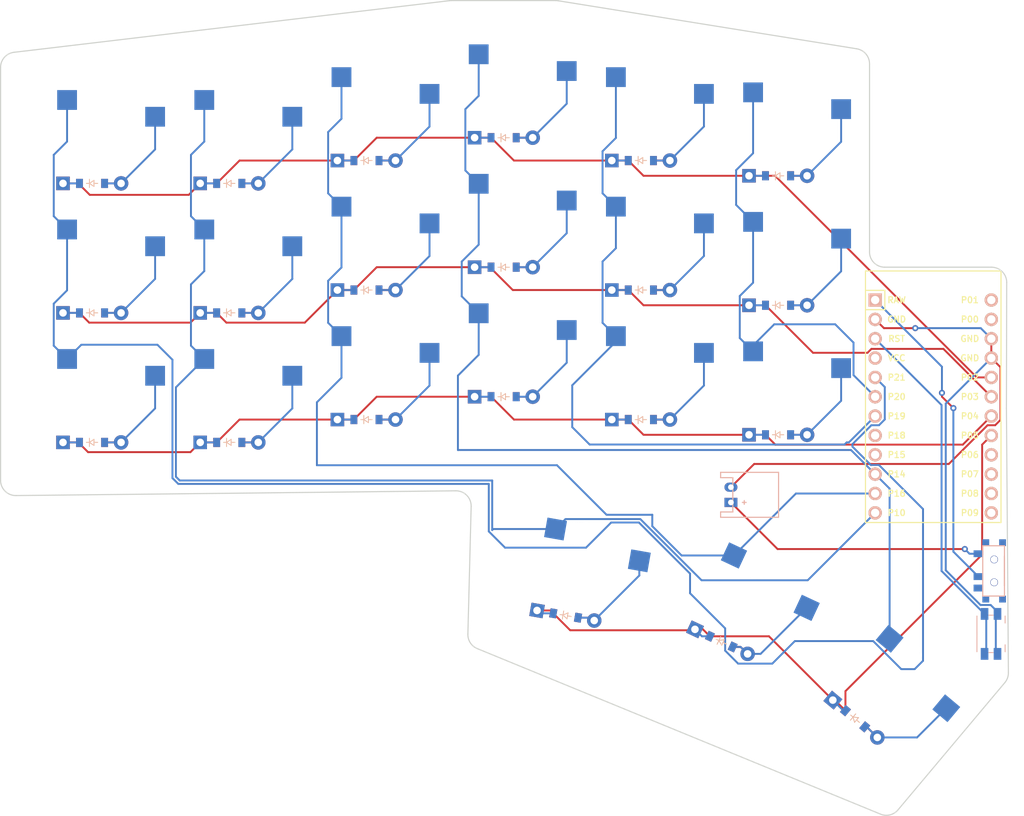
<source format=kicad_pcb>
(kicad_pcb (version 20240108) (generator "pcbnew") (generator_version "8.0")
  (title_block (title "left") (rev "v1.0.0") (company "Unknown"))
  (layers (0 "F.Cu" signal) (31 "B.Cu" signal) (34 "B.Paste" user) (35 "F.Paste" user) (36 "B.SilkS" user "B.Silkscreen") (37 "F.SilkS" user "F.Silkscreen") (38 "B.Mask" user) (39 "F.Mask" user) (44 "Edge.Cuts" user))
  (net 0 "")
  (net 1 "P21")
  (net 2 "outer_under")
  (net 3 "outer_middle")
  (net 4 "outer_upper")
  (net 5 "P10")
  (net 6 "pinky_under")
  (net 7 "pinky_middle")
  (net 8 "pinky_upper")
  (net 9 "P16")
  (net 10 "ring_under")
  (net 11 "ring_middle")
  (net 12 "ring_upper")
  (net 13 "P14")
  (net 14 "middle_under")
  (net 15 "middle_middle")
  (net 16 "middle_upper")
  (net 17 "P19")
  (net 18 "index_under")
  (net 19 "index_middle")
  (net 20 "index_upper")
  (net 21 "P20")
  (net 22 "inner_under")
  (net 23 "inner_middle")
  (net 24 "inner_upper")
  (net 25 "left_row")
  (net 26 "mid_row")
  (net 27 "right_row")
  (net 28 "P4")
  (net 29 "P3")
  (net 30 "P2")
  (net 31 "P5")
  (net 32 "RAW")
  (net 33 "GND")
  (net 34 "RST")
  (net 35 "VCC")
  (net 36 "P18")
  (net 37 "P15")
  (net 38 "P1")
  (net 39 "P0")
  (net 40 "P6")
  (net 41 "P7")
  (net 42 "P8")
  (net 43 "P9")
  (net 44 "pos")
  (footprint "E73:SPDT_C128955" (layer "F.Cu") (at 218.352246 121.867572 -90)
    (property "Reference" "T1" (hide yes))
    (property "Value" "" (hide yes))
  )
  (footprint "ComboDiode" (layer "F.Cu") (at 118 105)
    (property "Reference" "D4" (hide yes))
    (property "Value" "" (hide yes))
  )
  (footprint "JST_PH_S2B-PH-K_02x2.00mm_Angled" (layer "F.Cu") (at 183.815654 111.879931 90)
    (property "Reference" "JST1" (hide yes))
    (property "Value" "" (hide yes))
  )
  (footprint "PG1350" (layer "F.Cu") (at 118 66)
    (property "Reference" "S6" (hide yes))
    (property "Value" "" (hide yes))
  )
  (footprint "Panasonic_EVQPUL_EVQPUC" (layer "F.Cu") (at 217.94007 130.137403 -90)
    (property "Reference" "B1" (hide yes))
    (property "Value" "Panasonic_EVQPUL_EVQPUC" (hide yes))
  )
  (footprint "ComboDiode" (layer "F.Cu") (at 154 65)
    (property "Reference" "D12" (hide yes))
    (property "Value" "" (hide yes))
  )
  (footprint "ComboDiode" (layer "F.Cu") (at 200.105029 141.280173 -40)
    (property "Reference" "D21" (hide yes))
    (property "Value" "" (hide yes))
  )
  (footprint "ComboDiode" (layer "F.Cu") (at 162.131759 127.724039 -10)
    (property "Reference" "D19" (hide yes))
    (property "Value" "" (hide yes))
  )
  (footprint "PG1350" (layer "F.Cu") (at 184.665771 126.62026 -25)
    (property "Reference" "S20" (hide yes))
    (property "Value" "" (hide yes))
  )
  (footprint "PG1350" (layer "F.Cu") (at 136 80)
    (property "Reference" "S8" (hide yes))
    (property "Value" "" (hide yes))
  )
  (footprint "ComboDiode" (layer "F.Cu") (at 190 104)
    (property "Reference" "D16" (hide yes))
    (property "Value" "" (hide yes))
  )
  (footprint "PG1350" (layer "F.Cu") (at 190 65)
    (property "Reference" "S18" (hide yes))
    (property "Value" "" (hide yes))
  )
  (footprint "ComboDiode" (layer "F.Cu") (at 100 105)
    (property "Reference" "D1" (hide yes))
    (property "Value" "" (hide yes))
  )
  (footprint "ComboDiode" (layer "F.Cu") (at 154 82)
    (property "Reference" "D11" (hide yes))
    (property "Value" "" (hide yes))
  )
  (footprint "ComboDiode" (layer "F.Cu") (at 136 102)
    (property "Reference" "D7" (hide yes))
    (property "Value" "" (hide yes))
  )
  (footprint "PG1350" (layer "F.Cu") (at 203.318967 137.44995 -40)
    (property "Reference" "S21" (hide yes))
    (property "Value" "" (hide yes))
  )
  (footprint "ComboDiode" (layer "F.Cu") (at 100 88)
    (property "Reference" "D2" (hide yes))
    (property "Value" "" (hide yes))
  )
  (footprint "ComboDiode" (layer "F.Cu") (at 172 68)
    (property "Reference" "D15" (hide yes))
    (property "Value" "" (hide yes))
  )
  (footprint "PG1350" (layer "F.Cu") (at 154 77)
    (property "Reference" "S11" (hide yes))
    (property "Value" "" (hide yes))
  )
  (footprint "PG1350" (layer "F.Cu") (at 100 66)
    (property "Reference" "S3" (hide yes))
    (property "Value" "" (hide yes))
  )
  (footprint "PG1350" (layer "F.Cu") (at 172 63)
    (property "Reference" "S15" (hide yes))
    (property "Value" "" (hide yes))
  )
  (footprint "ComboDiode" (layer "F.Cu") (at 154 99)
    (property "Reference" "D10" (hide yes))
    (property "Value" "" (hide yes))
  )
  (footprint "PG1350" (layer "F.Cu") (at 154 94)
    (property "Reference" "S10" (hide yes))
    (property "Value" "" (hide yes))
  )
  (footprint "PG1350" (layer "F.Cu") (at 172 97)
    (property "Reference" "S13" (hide yes))
    (property "Value" "" (hide yes))
  )
  (footprint "PG1350" (layer "F.Cu") (at 100 100)
    (property "Reference" "S1" (hide yes))
    (property "Value" "" (hide yes))
  )
  (footprint "PG1350" (layer "F.Cu") (at 118 83)
    (property "Reference" "S5" (hide yes))
    (property "Value" "" (hide yes))
  )
  (footprint "ProMicro" (layer "F.Cu") (at 210.359136 100.278913 -90)
    (property "Reference" "MCU1" (hide yes))
    (property "Value" "" (hide yes))
  )
  (footprint "ComboDiode" (layer "F.Cu") (at 172 85)
    (property "Reference" "D14" (hide yes))
    (property "Value" "" (hide yes))
  )
  (footprint "PG1350" (layer "F.Cu") (at 154 60)
    (property "Reference" "S12" (hide yes))
    (property "Value" "" (hide yes))
  )
  (footprint "ComboDiode" (layer "F.Cu") (at 100 71)
    (property "Reference" "D3" (hide yes))
    (property "Value" "" (hide yes))
  )
  (footprint "ComboDiode" (layer "F.Cu") (at 136 68)
    (property "Reference" "D9" (hide yes))
    (property "Value" "" (hide yes))
  )
  (footprint "PG1350" (layer "F.Cu") (at 136 97)
    (property "Reference" "S7" (hide yes))
    (property "Value" "" (hide yes))
  )
  (footprint "ComboDiode" (layer "F.Cu") (at 172 102)
    (property "Reference" "D13" (hide yes))
    (property "Value" "" (hide yes))
  )
  (footprint "PG1350" (layer "F.Cu") (at 118 100)
    (property "Reference" "S4" (hide yes))
    (property "Value" "" (hide yes))
  )
  (footprint "PG1350" (layer "F.Cu") (at 190 82)
    (property "Reference" "S17" (hide yes))
    (property "Value" "" (hide yes))
  )
  (footprint "ComboDiode" (layer "F.Cu") (at 136 85)
    (property "Reference" "D8" (hide yes))
    (property "Value" "" (hide yes))
  )
  (footprint "ComboDiode" (layer "F.Cu") (at 118 88)
    (property "Reference" "D5" (hide yes))
    (property "Value" "" (hide yes))
  )
  (footprint "PG1350" (layer "F.Cu") (at 163 122.8 -10)
    (property "Reference" "S19" (hide yes))
    (property "Value" "" (hide yes))
  )
  (footprint "ComboDiode" (layer "F.Cu") (at 182.552679 131.151799 -25)
    (property "Reference" "D20" (hide yes))
    (property "Value" "" (hide yes))
  )
  (footprint "PG1350" (layer "F.Cu") (at 172 80)
    (property "Reference" "S14" (hide yes))
    (property "Value" "" (hide yes))
  )
  (footprint "ComboDiode" (layer "F.Cu") (at 190 70)
    (property "Reference" "D18" (hide yes))
    (property "Value" "" (hide yes))
  )
  (footprint "ComboDiode" (layer "F.Cu") (at 118 71)
    (property "Reference" "D6" (hide yes))
    (property "Value" "" (hide yes))
  )
  (footprint "ComboDiode" (layer "F.Cu") (at 190 87)
    (property "Reference" "D17" (hide yes))
    (property "Value" "" (hide yes))
  )
  (footprint "PG1350" (layer "F.Cu") (at 100 83)
    (property "Reference" "S2" (hide yes))
    (property "Value" "" (hide yes))
  )
  (footprint "PG1350" (layer "F.Cu") (at 136 63)
    (property "Reference" "S9" (hide yes))
    (property "Value" "" (hide yes))
  )
  (footprint "PG1350" (layer "F.Cu") (at 190 99)
    (property "Reference" "S16" (hide yes))
    (property "Value" "" (hide yes))
  )
  (gr_arc (start 219.961266 100.513086) (mid 219.961218 100.503553) (end 219.961215 100.494019) (stroke (width 0.15)) (layer "Edge.Cuts"))
  (gr_line (start 150.546973 132.07272) (end 203.445772 153.800498) (stroke (width 0.15)) (layer "Edge.Cuts"))
  (gr_arc (start 146.882595 47.01393) (mid 147.000207 47.003486) (end 147.11823 47) (stroke (width 0.15)) (layer "Edge.Cuts"))
  (gr_arc (start 90.02162 111.978145) (mid 88.593451 111.400099) (end 88 109.978262) (stroke (width 0.15)) (layer "Edge.Cuts"))
  (gr_arc (start 220.219476 135.234515) (mid 220.101447 135.926435) (end 219.75162 136.534963) (stroke (width 0.15)) (layer "Edge.Cuts"))
  (gr_line (start 149.737533 113.405594) (end 149.307513 130.171418) (stroke (width 0.15)) (layer "Edge.Cuts"))
  (gr_line (start 160.840054 47) (end 147.11823 47) (stroke (width 0.15)) (layer "Edge.Cuts"))
  (gr_line (start 200.317859 53.329216) (end 161.157913 47.02542) (stroke (width 0.15)) (layer "Edge.Cuts"))
  (gr_line (start 202 80) (end 202 55.303796) (stroke (width 0.15)) (layer "Edge.Cuts"))
  (gr_line (start 90.02162 111.978145) (end 147.71657 111.35443) (stroke (width 0.15)) (layer "Edge.Cuts"))
  (gr_arc (start 217.995801 82) (mid 219.411497 82.58727) (end 219.995797 84.004194) (stroke (width 0.15)) (layer "Edge.Cuts"))
  (gr_arc (start 200.317859 53.329216) (mid 201.522452 54.006822) (end 202 55.303796) (stroke (width 0.15)) (layer "Edge.Cuts"))
  (gr_line (start 88 55.776739) (end 88 109.978262) (stroke (width 0.15)) (layer "Edge.Cuts"))
  (gr_line (start 146.882594 47.013929) (end 89.764365 53.790669) (stroke (width 0.15)) (layer "Edge.Cuts"))
  (gr_line (start 219.961215 100.494019) (end 219.995797 84.004194) (stroke (width 0.15)) (layer "Edge.Cuts"))
  (gr_arc (start 88.000001 55.776739) (mid 88.504797 54.448446) (end 89.764365 53.790669) (stroke (width 0.15)) (layer "Edge.Cuts"))
  (gr_arc (start 147.716571 111.354429) (mid 149.162854 111.950627) (end 149.737533 113.405594) (stroke (width 0.15)) (layer "Edge.Cuts"))
  (gr_arc (start 205.737744 153.236051) (mid 204.683908 153.892453) (end 203.445772 153.800498) (stroke (width 0.15)) (layer "Edge.Cuts"))
  (gr_line (start 217.995801 82) (end 204 82) (stroke (width 0.15)) (layer "Edge.Cuts"))
  (gr_arc (start 150.546972 132.07272) (mid 149.631424 131.314913) (end 149.307513 130.171418) (stroke (width 0.15)) (layer "Edge.Cuts"))
  (gr_arc (start 160.840054 47) (mid 160.999491 47.006365) (end 161.157913 47.02542) (stroke (width 0.15)) (layer "Edge.Cuts"))
  (gr_line (start 220.219475 135.234515) (end 219.961265 100.513087) (stroke (width 0.15)) (layer "Edge.Cuts"))
  (gr_arc (start 204 82) (mid 202.585786 81.414214) (end 202 80) (stroke (width 0.15)) (layer "Edge.Cuts"))
  (gr_line (start 205.737743 153.236051) (end 219.751619 136.534963) (stroke (width 0.15)) (layer "Edge.Cuts"))
  (segment (start 171.742602 115.515394) (end 178.455178 122.22797) (width 0.25) (layer "B.Cu") (net 1))
  (segment (start 189.245603 134.039475) (end 192.203368 131.08171) (width 0.25) (layer "B.Cu") (net 1))
  (segment (start 199.756619 105.235135) (end 202.241541 102.750213) (width 0.25) (layer "B.Cu") (net 1))
  (segment (start 94.976 86.786) (end 94.976 92.301) (width 0.25) (layer "B.Cu") (net 1))
  (segment (start 110.55 94.151) (end 110.55 109.686396) (width 0.25) (layer "B.Cu") (net 1))
  (segment (start 209.018553 133.668636) (end 209.018553 113.749435) (width 0.25) (layer "B.Cu") (net 1))
  (segment (start 183.061678 129.410144) (end 183.061678 132.337346) (width 0.25) (layer "B.Cu") (net 1))
  (segment (start 152.05 110.45) (end 152.05 116.686396) (width 0.25) (layer "B.Cu") (net 1))
  (segment (start 94.976 75.301) (end 96.725 77.05) (width 0.25) (layer "B.Cu") (net 1))
  (segment (start 178.455178 122.22797) (end 178.455178 124.803644) (width 0.25) (layer "B.Cu") (net 1))
  (segment (start 111.313604 110.45) (end 152.05 110.45) (width 0.25) (layer "B.Cu") (net 1))
  (segment (start 184.763807 134.039475) (end 189.245603 134.039475) (width 0.25) (layer "B.Cu") (net 1))
  (segment (start 168.109857 115.515394) (end 171.742602 115.515394) (width 0.25) (layer "B.Cu") (net 1))
  (segment (start 108.574 92.175) (end 110.55 94.151) (width 0.25) (layer "B.Cu") (net 1))
  (segment (start 183.061678 132.337346) (end 184.763807 134.039475) (width 0.25) (layer "B.Cu") (net 1))
  (segment (start 199.756619 105.55) (end 199.756619 105.235135) (width 0.25) (layer "B.Cu") (net 1))
  (segment (start 96.725 94.05) (end 98.6 92.175) (width 0.25) (layer "B.Cu") (net 1))
  (segment (start 209.018553 113.749435) (end 203.236731 107.967613) (width 0.25) (layer "B.Cu") (net 1))
  (segment (start 96.725 60.05) (end 96.725 65.508684) (width 0.25) (layer "B.Cu") (net 1))
  (segment (start 204 101.986944) (end 204 97.729777) (width 0.25) (layer "B.Cu") (net 1))
  (segment (start 98.6 92.175) (end 108.574 92.175) (width 0.25) (layer "B.Cu") (net 1))
  (segment (start 96.725 65.508684) (end 94.976 67.257684) (width 0.25) (layer "B.Cu") (net 1))
  (segment (start 154.178998 118.815394) (end 164.809857 118.815394) (width 0.25) (layer "B.Cu") (net 1))
  (segment (start 207.920203 134.766986) (end 209.018553 133.668636) (width 0.25) (layer "B.Cu") (net 1))
  (segment (start 164.809857 118.815394) (end 168.109857 115.515394) (width 0.25) (layer "B.Cu") (net 1))
  (segment (start 202.478276 131.08171) (end 206.163552 134.766986) (width 0.25) (layer "B.Cu") (net 1))
  (segment (start 94.976 92.301) (end 96.725 94.05) (width 0.25) (layer "B.Cu") (net 1))
  (segment (start 178.455178 124.803644) (end 183.061678 129.410144) (width 0.25) (layer "B.Cu") (net 1))
  (segment (start 96.725 85.037) (end 94.976 86.786) (width 0.25) (layer "B.Cu") (net 1))
  (segment (start 206.163552 134.766986) (end 207.920203 134.766986) (width 0.25) (layer "B.Cu") (net 1))
  (segment (start 202.174232 107.967613) (end 199.756619 105.55) (width 0.25) (layer "B.Cu") (net 1))
  (segment (start 152.05 116.686396) (end 154.178998 118.815394) (width 0.25) (layer "B.Cu") (net 1))
  (segment (start 96.725 77.05) (end 96.725 85.037) (width 0.25) (layer "B.Cu") (net 1))
  (segment (start 203.236731 107.967613) (end 202.174232 107.967613) (width 0.25) (layer "B.Cu") (net 1))
  (segment (start 202.241541 102.750213) (end 203.236731 102.750213) (width 0.25) (layer "B.Cu") (net 1))
  (segment (start 110.55 109.686396) (end 111.313604 110.45) (width 0.25) (layer "B.Cu") (net 1))
  (segment (start 94.976 67.257684) (end 94.976 75.301) (width 0.25) (layer "B.Cu") (net 1))
  (segment (start 203.236731 102.750213) (end 204 101.986944) (width 0.25) (layer "B.Cu") (net 1))
  (segment (start 204 97.729777) (end 202.739136 96.468913) (width 0.25) (layer "B.Cu") (net 1))
  (segment (start 96.725 60.05) (end 97.404 60.729) (width 0.25) (layer "B.Cu") (net 1))
  (segment (start 192.203368 131.08171) (end 202.478276 131.08171) (width 0.25) (layer "B.Cu") (net 1))
  (segment (start 101.65 105) (end 103.81 105) (width 0.25) (layer "F.Cu") (net 2))
  (segment (start 108.275 96.25) (end 108.275 100.535) (width 0.25) (layer "B.Cu") (net 2))
  (segment (start 108.275 100.535) (end 103.81 105) (width 0.25) (layer "B.Cu") (net 2))
  (segment (start 101.65 105) (end 103.81 105) (width 0.25) (layer "B.Cu") (net 2))
  (segment (start 101.65 88) (end 103.81 88) (width 0.25) (layer "F.Cu") (net 3))
  (segment (start 101.65 88) (end 103.81 88) (width 0.25) (layer "B.Cu") (net 3))
  (segment (start 108.275 79.25) (end 108.275 83.535) (width 0.25) (layer "B.Cu") (net 3))
  (segment (start 108.275 83.535) (end 103.81 88) (width 0.25) (layer "B.Cu") (net 3))
  (segment (start 101.65 71) (end 103.81 71) (width 0.25) (layer "F.Cu") (net 4))
  (segment (start 101.65 71) (end 103.81 71) (width 0.25) (layer "B.Cu") (net 4))
  (segment (start 108.275 62.25) (end 108.275 66.535) (width 0.25) (layer "B.Cu") (net 4))
  (segment (start 108.275 66.535) (end 103.81 71) (width 0.25) (layer "B.Cu") (net 4))
  (segment (start 111.5 110) (end 111 109.5) (width 0.25) (layer "B.Cu") (net 5))
  (segment (start 111 109.5) (end 111 97.775) (width 0.25) (layer "B.Cu") (net 5))
  (segment (start 112.976 75.301) (end 114.725 77.05) (width 0.25) (layer "B.Cu") (net 5))
  (segment (start 152.5 110) (end 111.5 110) (width 0.25) (layer "B.Cu") (net 5))
  (segment (start 114.725 65.508684) (end 112.976 67.257684) (width 0.25) (layer "B.Cu") (net 5))
  (segment (start 112.976 67.257684) (end 112.976 75.301) (width 0.25) (layer "B.Cu") (net 5))
  (segment (start 160.807961 116.371696) (end 162.114263 115.065394) (width 0.25) (layer "B.Cu") (net 5))
  (segment (start 114.725 60.05) (end 115.404 60.729) (width 0.25) (layer "B.Cu") (net 5))
  (segment (start 112.976 84.257684) (end 112.976 92.301) (width 0.25) (layer "B.Cu") (net 5))
  (segment (start 114.725 60.05) (end 114.725 65.508684) (width 0.25) (layer "B.Cu") (net 5))
  (segment (start 152.628304 116.371696) (end 152.5 116.5) (width 0.25) (layer "B.Cu") (net 5))
  (segment (start 162.114263 115.065394) (end 171.928998 115.065394) (width 0.25) (layer "B.Cu") (net 5))
  (segment (start 112.976 92.301) (end 114.725 94.05) (width 0.25) (layer "B.Cu") (net 5))
  (segment (start 115.404 93.371) (end 114.725 94.05) (width 0.25) (layer "B.Cu") (net 5))
  (segment (start 152.5 116.5) (end 152.5 110) (width 0.25) (layer "B.Cu") (net 5))
  (segment (start 111 97.775) (end 114.725 94.05) (width 0.25) (layer "B.Cu") (net 5))
  (segment (start 114.725 77.05) (end 114.725 82.508684) (width 0.25) (layer "B.Cu") (net 5))
  (segment (start 171.928998 115.065394) (end 179.966333 123.102729) (width 0.25) (layer "B.Cu") (net 5))
  (segment (start 160.807961 116.371696) (end 152.628304 116.371696) (width 0.25) (layer "B.Cu") (net 5))
  (segment (start 179.966333 123.102729) (end 193.88532 123.102729) (width 0.25) (layer "B.Cu") (net 5))
  (segment (start 193.88532 123.102729) (end 202.739136 114.248913) (width 0.25) (layer "B.Cu") (net 5))
  (segment (start 114.725 82.508684) (end 112.976 84.257684) (width 0.25) (layer "B.Cu") (net 5))
  (segment (start 119.65 105) (end 121.81 105) (width 0.25) (layer "F.Cu") (net 6))
  (segment (start 119.65 105) (end 121.81 105) (width 0.25) (layer "B.Cu") (net 6))
  (segment (start 126.275 100.535) (end 121.81 105) (width 0.25) (layer "B.Cu") (net 6))
  (segment (start 126.275 96.25) (end 126.275 100.535) (width 0.25) (layer "B.Cu") (net 6))
  (segment (start 119.65 88) (end 121.81 88) (width 0.25) (layer "F.Cu") (net 7))
  (segment (start 126.275 83.535) (end 121.81 88) (width 0.25) (layer "B.Cu") (net 7))
  (segment (start 119.65 88) (end 121.81 88) (width 0.25) (layer "B.Cu") (net 7))
  (segment (start 126.275 79.25) (end 126.275 83.535) (width 0.25) (layer "B.Cu") (net 7))
  (segment (start 119.65 71) (end 121.81 71) (width 0.25) (layer "F.Cu") (net 8))
  (segment (start 126.275 66.535) (end 121.81 71) (width 0.25) (layer "B.Cu") (net 8))
  (segment (start 126.275 62.25) (end 126.275 66.535) (width 0.25) (layer "B.Cu") (net 8))
  (segment (start 119.65 71) (end 121.81 71) (width 0.25) (layer "B.Cu") (net 8))
  (segment (start 184.212192 119.843654) (end 177.343654 119.843654) (width 0.25) (layer "B.Cu") (net 9))
  (segment (start 167.5 114.5) (end 161 108) (width 0.25) (layer "B.Cu") (net 9))
  (segment (start 132.725 96.508684) (end 132.725 91.05) (width 0.25) (layer "B.Cu") (net 9))
  (segment (start 173.5 116) (end 173.5 114.5) (width 0.25) (layer "B.Cu") (net 9))
  (segment (start 161 108) (end 129.5 108) (width 0.25) (layer "B.Cu") (net 9))
  (segment (start 132.725 57.05) (end 132.725 62.508684) (width 0.25) (layer "B.Cu") (net 9))
  (segment (start 132.725 62.508684) (end 130.976 64.257684) (width 0.25) (layer "B.Cu") (net 9))
  (segment (start 130.976 72.301) (end 132.725 74.05) (width 0.25) (layer "B.Cu") (net 9))
  (segment (start 173.5 114.5) (end 167.5 114.5) (width 0.25) (layer "B.Cu") (net 9))
  (segment (start 132.725 82.037) (end 130.976 83.786) (width 0.25) (layer "B.Cu") (net 9))
  (segment (start 192.346933 111.708913) (end 202.739136 111.708913) (width 0.25) (layer "B.Cu") (net 9))
  (segment (start 184.212192 119.843654) (end 192.346933 111.708913) (width 0.25) (layer "B.Cu") (net 9))
  (segment (start 133.404 90.371) (end 132.725 91.05) (width 0.25) (layer "B.Cu") (net 9))
  (segment (start 130.976 89.301) (end 132.725 91.05) (width 0.25) (layer "B.Cu") (net 9))
  (segment (start 132.725 57.05) (end 133.404 57.729) (width 0.25) (layer "B.Cu") (net 9))
  (segment (start 132.725 74.05) (end 132.725 82.037) (width 0.25) (layer "B.Cu") (net 9))
  (segment (start 130.976 64.257684) (end 130.976 72.301) (width 0.25) (layer "B.Cu") (net 9))
  (segment (start 130.976 83.786) (end 130.976 89.301) (width 0.25) (layer "B.Cu") (net 9))
  (segment (start 129.5 99.733684) (end 132.725 96.508684) (width 0.25) (layer "B.Cu") (net 9))
  (segment (start 177.343654 119.843654) (end 173.5 116) (width 0.25) (layer "B.Cu") (net 9))
  (segment (start 129.5 108) (end 129.5 99.733684) (width 0.25) (layer "B.Cu") (net 9))
  (segment (start 137.65 102) (end 139.81 102) (width 0.25) (layer "F.Cu") (net 10))
  (segment (start 144.275 97.535) (end 139.81 102) (width 0.25) (layer "B.Cu") (net 10))
  (segment (start 137.65 102) (end 139.81 102) (width 0.25) (layer "B.Cu") (net 10))
  (segment (start 144.275 93.25) (end 144.275 97.535) (width 0.25) (layer "B.Cu") (net 10))
  (segment (start 137.65 85) (end 139.81 85) (width 0.25) (layer "F.Cu") (net 11))
  (segment (start 144.275 80.535) (end 139.81 85) (width 0.25) (layer "B.Cu") (net 11))
  (segment (start 144.275 76.25) (end 144.275 80.535) (width 0.25) (layer "B.Cu") (net 11))
  (segment (start 137.65 85) (end 139.81 85) (width 0.25) (layer "B.Cu") (net 11))
  (segment (start 137.65 68) (end 139.81 68) (width 0.25) (layer "F.Cu") (net 12))
  (segment (start 144.275 63.535) (end 139.81 68) (width 0.25) (layer "B.Cu") (net 12))
  (segment (start 137.65 68) (end 139.81 68) (width 0.25) (layer "B.Cu") (net 12))
  (segment (start 144.275 59.25) (end 144.275 63.535) (width 0.25) (layer "B.Cu") (net 12))
  (segment (start 199.570223 106) (end 202.739136 109.168913) (width 0.25) (layer "B.Cu") (net 13))
  (segment (start 204.634758 130.786856) (end 204.634758 111.064535) (width 0.25) (layer "B.Cu") (net 13))
  (segment (start 148.5 85.825) (end 150.725 88.05) (width 0.25) (layer "B.Cu") (net 13))
  (segment (start 150.725 54.05) (end 151.404 54.729) (width 0.25) (layer "B.Cu") (net 13))
  (segment (start 150.725 59.508684) (end 148.976 61.257684) (width 0.25) (layer "B.Cu") (net 13))
  (segment (start 148.976 69.301) (end 150.725 71.05) (width 0.25) (layer "B.Cu") (net 13))
  (segment (start 150.725 79.037) (end 148.5 81.262) (width 0.25) (layer "B.Cu") (net 13))
  (segment (start 150.725 93.508684) (end 148 96.233684) (width 0.25) (layer "B.Cu") (net 13))
  (segment (start 148 96.233684) (end 148 106) (width 0.25) (layer "B.Cu") (net 13))
  (segment (start 148.5 81.262) (end 148.5 85.825) (width 0.25) (layer "B.Cu") (net 13))
  (segment (start 150.725 54.05) (end 150.725 59.508684) (width 0.25) (layer "B.Cu") (net 13))
  (segment (start 204.634758 111.064535) (end 202.739136 109.168913) (width 0.25) (layer "B.Cu") (net 13))
  (segment (start 150.725 71.05) (end 150.725 79.037) (width 0.25) (layer "B.Cu") (net 13))
  (segment (start 148.976 61.257684) (end 148.976 69.301) (width 0.25) (layer "B.Cu") (net 13))
  (segment (start 151.404 87.371) (end 150.725 88.05) (width 0.25) (layer "B.Cu") (net 13))
  (segment (start 148 106) (end 199.570223 106) (width 0.25) (layer "B.Cu") (net 13))
  (segment (start 150.725 88.05) (end 150.725 93.508684) (width 0.25) (layer "B.Cu") (net 13))
  (segment (start 155.65 99) (end 157.81 99) (width 0.25) (layer "F.Cu") (net 14))
  (segment (start 162.275 90.25) (end 162.275 94.535) (width 0.25) (layer "B.Cu") (net 14))
  (segment (start 155.65 99) (end 157.81 99) (width 0.25) (layer "B.Cu") (net 14))
  (segment (start 162.275 94.535) (end 157.81 99) (width 0.25) (layer "B.Cu") (net 14))
  (segment (start 155.65 82) (end 157.81 82) (width 0.25) (layer "F.Cu") (net 15))
  (segment (start 155.65 82) (end 157.81 82) (width 0.25) (layer "B.Cu") (net 15))
  (segment (start 162.275 77.535) (end 157.81 82) (width 0.25) (layer "B.Cu") (net 15))
  (segment (start 162.275 73.25) (end 162.275 77.535) (width 0.25) (layer "B.Cu") (net 15))
  (segment (start 155.65 65) (end 157.81 65) (width 0.25) (layer "F.Cu") (net 16))
  (segment (start 162.275 60.535) (end 157.81 65) (width 0.25) (layer "B.Cu") (net 16))
  (segment (start 155.65 65) (end 157.81 65) (width 0.25) (layer "B.Cu") (net 16))
  (segment (start 162.275 56.25) (end 162.275 60.535) (width 0.25) (layer "B.Cu") (net 16))
  (segment (start 168.725 74.05) (end 168.725 79.508684) (width 0.25) (layer "B.Cu") (net 17))
  (segment (start 166.976 66.786) (end 166.976 72.301) (width 0.25) (layer "B.Cu") (net 17))
  (segment (start 199 105) (end 199.288049 105) (width 0.25) (layer "B.Cu") (net 17))
  (segment (start 163 97.5) (end 163 103) (width 0.25) (layer "B.Cu") (net 17))
  (segment (start 168.725 91.05) (end 168.725 91.775) (width 0.25) (layer "B.Cu") (net 17))
  (segment (start 166.976 72.301) (end 168.725 74.05) (width 0.25) (layer "B.Cu") (net 17))
  (segment (start 168.725 91.775) (end 163 97.5) (width 0.25) (layer "B.Cu") (net 17))
  (segment (start 163 103) (end 165.2775 105.2775) (width 0.25) (layer "B.Cu") (net 17))
  (segment (start 168.725 57.05) (end 169.404 57.729) (width 0.25) (layer "B.Cu") (net 17))
  (segment (start 198.7225 105.2775) (end 199 105) (width 0.25) (layer "B.Cu") (net 17))
  (segment (start 166.976 81.257684) (end 166.976 89.301) (width 0.25) (layer "B.Cu") (net 17))
  (segment (start 165.2775 105.2775) (end 198.7225 105.2775) (width 0.25) (layer "B.Cu") (net 17))
  (segment (start 199.288049 105) (end 202.739136 101.548913) (width 0.25) (layer "B.Cu") (net 17))
  (segment (start 168.725 57.05) (end 168.725 65.037) (width 0.25) (layer "B.Cu") (net 17))
  (segment (start 169.404 90.371) (end 168.725 91.05) (width 0.25) (layer "B.Cu") (net 17))
  (segment (start 168.725 79.508684) (end 166.976 81.257684) (width 0.25) (layer "B.Cu") (net 17))
  (segment (start 168.725 65.037) (end 166.976 66.786) (width 0.25) (layer "B.Cu") (net 17))
  (segment (start 166.976 89.301) (end 168.725 91.05) (width 0.25) (layer "B.Cu") (net 17))
  (segment (start 173.65 102) (end 175.81 102) (width 0.25) (layer "F.Cu") (net 18))
  (segment (start 180.275 97.535) (end 175.81 102) (width 0.25) (layer "B.Cu") (net 18))
  (segment (start 173.65 102) (end 175.81 102) (width 0.25) (layer "B.Cu") (net 18))
  (segment (start 180.275 93.25) (end 180.275 97.535) (width 0.25) (layer "B.Cu") (net 18))
  (segment (start 173.65 85) (end 175.81 85) (width 0.25) (layer "F.Cu") (net 19))
  (segment (start 180.275 80.535) (end 175.81 85) (width 0.25) (layer "B.Cu") (net 19))
  (segment (start 180.275 76.25) (end 180.275 80.535) (width 0.25) (layer "B.Cu") (net 19))
  (segment (start 173.65 85) (end 175.81 85) (width 0.25) (layer "B.Cu") (net 19))
  (segment (start 173.65 68) (end 175.81 68) (width 0.25) (layer "F.Cu") (net 20))
  (segment (start 180.275 59.25) (end 180.275 63.535) (width 0.25) (layer "B.Cu") (net 20))
  (segment (start 180.275 63.535) (end 175.81 68) (width 0.25) (layer "B.Cu") (net 20))
  (segment (start 173.65 68) (end 175.81 68) (width 0.25) (layer "B.Cu") (net 20))
  (segment (start 189.5 89.5) (end 197.5 89.5) (width 0.25) (layer "B.Cu") (net 21))
  (segment (start 184.5 73.825) (end 186.725 76.05) (width 0.25) (layer "B.Cu") (net 21))
  (segment (start 186.725 59.05) (end 186.725 67.037) (width 0.25) (layer "B.Cu") (net 21))
  (segment (start 199.9 91.9) (end 199.9 96.169777) (width 0.25) (layer "B.Cu") (net 21))
  (segment (start 186.725 84.037) (end 184.976 85.786) (width 0.25) (layer "B.Cu") (net 21))
  (segment (start 199.9 96.169777) (end 202.739136 99.008913) (width 0.25) (layer "B.Cu") (net 21))
  (segment (start 186.725 93.05) (end 186.725 92.275) (width 0.25) (layer "B.Cu") (net 21))
  (segment (start 187.404 92.371) (end 186.725 93.05) (width 0.25) (layer "B.Cu") (net 21))
  (segment (start 186.725 59.05) (end 187.404 59.729) (width 0.25) (layer "B.Cu") (net 21))
  (segment (start 184.976 85.786) (end 184.976 91.301) (width 0.25) (layer "B.Cu") (net 21))
  (segment (start 184.5 69.262) (end 184.5 73.825) (width 0.25) (layer "B.Cu") (net 21))
  (segment (start 186.725 92.275) (end 189.5 89.5) (width 0.25) (layer "B.Cu") (net 21))
  (segment (start 184.976 91.301) (end 186.725 93.05) (width 0.25) (layer "B.Cu") (net 21))
  (segment (start 197.5 89.5) (end 199.9 91.9) (width 0.25) (layer "B.Cu") (net 21))
  (segment (start 186.725 76.05) (end 186.725 84.037) (width 0.25) (layer "B.Cu") (net 21))
  (segment (start 186.725 67.037) (end 184.5 69.262) (width 0.25) (layer "B.Cu") (net 21))
  (segment (start 191.65 104) (end 193.81 104) (width 0.25) (layer "F.Cu") (net 22))
  (segment (start 191.65 104) (end 193.81 104) (width 0.25) (layer "B.Cu") (net 22))
  (segment (start 198.275 99.535) (end 193.81 104) (width 0.25) (layer "B.Cu") (net 22))
  (segment (start 198.275 95.25) (end 198.275 99.535) (width 0.25) (layer "B.Cu") (net 22))
  (segment (start 191.65 87) (end 193.81 87) (width 0.25) (layer "F.Cu") (net 23))
  (segment (start 191.65 87) (end 193.81 87) (width 0.25) (layer "B.Cu") (net 23))
  (segment (start 198.275 82.535) (end 193.81 87) (width 0.25) (layer "B.Cu") (net 23))
  (segment (start 198.275 78.25) (end 198.275 82.535) (width 0.25) (layer "B.Cu") (net 23))
  (segment (start 191.65 70) (end 193.81 70) (width 0.25) (layer "F.Cu") (net 24))
  (segment (start 198.275 61.25) (end 198.275 65.535) (width 0.25) (layer "B.Cu") (net 24))
  (segment (start 198.275 65.535) (end 193.81 70) (width 0.25) (layer "B.Cu") (net 24))
  (segment (start 191.65 70) (end 193.81 70) (width 0.25) (layer "B.Cu") (net 24))
  (segment (start 163.756692 128.010558) (end 165.508796 128.010558) (width 0.25) (layer "F.Cu") (net 25))
  (segment (start 165.508796 128.010558) (end 165.883877 128.385639) (width 0.25) (layer "F.Cu") (net 25))
  (segment (start 171.800465 120.54391) (end 171.800465 122.469051) (width 0.25) (layer "B.Cu") (net 25))
  (segment (start 165.508796 128.010558) (end 165.883877 128.385639) (width 0.25) (layer "B.Cu") (net 25))
  (segment (start 163.756692 128.010558) (end 165.508796 128.010558) (width 0.25) (layer "B.Cu") (net 25))
  (segment (start 171.800465 122.469051) (end 165.883877 128.385639) (width 0.25) (layer "B.Cu") (net 25))
  (segment (start 185.092856 131.849119) (end 186.005712 132.761975) (width 0.25) (layer "F.Cu") (net 26))
  (segment (start 184.048087 131.849119) (end 185.092856 131.849119) (width 0.25) (layer "F.Cu") (net 26))
  (segment (start 185.092856 131.849119) (end 186.005712 132.761975) (width 0.25) (layer "B.Cu") (net 26))
  (segment (start 193.750286 126.718772) (end 187.707083 132.761975) (width 0.25) (layer "B.Cu") (net 26))
  (segment (start 184.048087 131.849119) (end 185.092856 131.849119) (width 0.25) (layer "B.Cu") (net 26))
  (segment (start 187.707083 132.761975) (end 186.005712 132.761975) (width 0.25) (layer "B.Cu") (net 26))
  (segment (start 201.635237 142.340773) (end 203.023658 143.729194) (width 0.25) (layer "F.Cu") (net 27))
  (segment (start 201.369002 142.340773) (end 201.635237 142.340773) (width 0.25) (layer "F.Cu") (net 27))
  (segment (start 208.235595 143.729194) (end 203.023658 143.729194) (width 0.25) (layer "B.Cu") (net 27))
  (segment (start 201.635237 142.340773) (end 203.023658 143.729194) (width 0.25) (layer "B.Cu") (net 27))
  (segment (start 201.369002 142.340773) (end 201.635237 142.340773) (width 0.25) (layer "B.Cu") (net 27))
  (segment (start 212.068438 139.896351) (end 208.235595 143.729194) (width 0.25) (layer "B.Cu") (net 27))
  (segment (start 132.19 102) (end 134.35 102) (width 0.25) (layer "F.Cu") (net 28))
  (segment (start 189.640213 105.290213) (end 214.237836 105.290213) (width 0.25) (layer "F.Cu") (net 28))
  (segment (start 98.35 105.15) (end 99.4775 106.2775) (width 0.25) (layer "F.Cu") (net 28))
  (segment (start 170.35 102) (end 172.35 104) (width 0.25) (layer "F.Cu") (net 28))
  (segment (start 150.19 99) (end 152.35 99) (width 0.25) (layer "F.Cu") (net 28))
  (segment (start 96.19 105) (end 98.35 105) (width 0.25) (layer "F.Cu") (net 28))
  (segment (start 112.9125 106.2775) (end 114.19 105) (width 0.25) (layer "F.Cu") (net 28))
  (segment (start 188.35 104) (end 189.640213 105.290213) (width 0.25) (layer "F.Cu") (net 28))
  (segment (start 98.35 105) (end 98.35 105.15) (width 0.25) (layer "F.Cu") (net 28))
  (segment (start 134.35 102) (end 137.35 99) (width 0.25) (layer "F.Cu") (net 28))
  (segment (start 99.4775 106.2775) (end 112.9125 106.2775) (width 0.25) (layer "F.Cu") (net 28))
  (segment (start 137.35 99) (end 150.19 99) (width 0.25) (layer "F.Cu") (net 28))
  (segment (start 116.35 105) (end 119.35 102) (width 0.25) (layer "F.Cu") (net 28))
  (segment (start 214.237836 105.290213) (end 217.979136 101.548913) (width 0.25) (layer "F.Cu") (net 28))
  (segment (start 155.35 102) (end 168.19 102) (width 0.25) (layer "F.Cu") (net 28))
  (segment (start 186.19 104) (end 188.35 104) (width 0.25) (layer "F.Cu") (net 28))
  (segment (start 172.35 104) (end 186.19 104) (width 0.25) (layer "F.Cu") (net 28))
  (segment (start 152.35 99) (end 155.35 102) (width 0.25) (layer "F.Cu") (net 28))
  (segment (start 119.35 102) (end 132.19 102) (width 0.25) (layer "F.Cu") (net 28))
  (segment (start 114.19 105) (end 116.35 105) (width 0.25) (layer "F.Cu") (net 28))
  (segment (start 168.19 102) (end 170.35 102) (width 0.25) (layer "F.Cu") (net 28))
  (segment (start 188.35 104) (end 186.19 104) (width 0.25) (layer "B.Cu") (net 28))
  (segment (start 170.35 102) (end 168.19 102) (width 0.25) (layer "B.Cu") (net 28))
  (segment (start 116.35 105) (end 114.19 105) (width 0.25) (layer "B.Cu") (net 28))
  (segment (start 134.35 102) (end 132.19 102) (width 0.25) (layer "B.Cu") (net 28))
  (segment (start 98.35 105) (end 96.19 105) (width 0.25) (layer "B.Cu") (net 28))
  (segment (start 152.35 99) (end 150.19 99) (width 0.25) (layer "B.Cu") (net 28))
  (segment (start 112.9125 89.2775) (end 114.19 88) (width 0.25) (layer "F.Cu") (net 29))
  (segment (start 170.35 85) (end 172.35 87) (width 0.25) (layer "F.Cu") (net 29))
  (segment (start 202.241541 92.727613) (end 211.697836 92.727613) (width 0.25) (layer "F.Cu") (net 29))
  (segment (start 172.35 87) (end 186.19 87) (width 0.25) (layer "F.Cu") (net 29))
  (segment (start 188.35 87) (end 194.584577 93.234577) (width 0.25) (layer "F.Cu") (net 29))
  (segment (start 127.9125 89.2775) (end 132.19 85) (width 0.25) (layer "F.Cu") (net 29))
  (segment (start 117.6275 89.2775) (end 127.9125 89.2775) (width 0.25) (layer "F.Cu") (net 29))
  (segment (start 98.35 88) (end 99.6275 89.2775) (width 0.25) (layer "F.Cu") (net 29))
  (segment (start 188.35 87) (end 186.19 87) (width 0.25) (layer "F.Cu") (net 29))
  (segment (start 201.734577 93.234577) (end 202.241541 92.727613) (width 0.25) (layer "F.Cu") (net 29))
  (segment (start 152.35 82.15) (end 155.2 85) (width 0.25) (layer "F.Cu") (net 29))
  (segment (start 152.35 82) (end 152.35 82.15) (width 0.25) (layer "F.Cu") (net 29))
  (segment (start 211.697836 92.727613) (end 217.979136 99.008913) (width 0.25) (layer "F.Cu") (net 29))
  (segment (start 134.35 85) (end 137.35 82) (width 0.25) (layer "F.Cu") (net 29))
  (segment (start 114.19 88) (end 116.35 88) (width 0.25) (layer "F.Cu") (net 29))
  (segment (start 155.2 85) (end 168.19 85) (width 0.25) (layer "F.Cu") (net 29))
  (segment (start 132.19 85) (end 134.35 85) (width 0.25) (layer "F.Cu") (net 29))
  (segment (start 194.584577 93.234577) (end 201.734577 93.234577) (width 0.25) (layer "F.Cu") (net 29))
  (segment (start 116.35 88) (end 117.6275 89.2775) (width 0.25) (layer "F.Cu") (net 29))
  (segment (start 152.35 82) (end 150.19 82) (width 0.25) (layer "F.Cu") (net 29))
  (segment (start 96.19 88) (end 98.35 88) (width 0.25) (layer "F.Cu") (net 29))
  (segment (start 170.35 85) (end 168.19 85) (width 0.25) (layer "F.Cu") (net 29))
  (segment (start 137.35 82) (end 150.19 82) (width 0.25) (layer "F.Cu") (net 29))
  (segment (start 99.6275 89.2775) (end 112.9125 89.2775) (width 0.25) (layer "F.Cu") (net 29))
  (segment (start 134.35 85) (end 132.19 85) (width 0.25) (layer "B.Cu") (net 29))
  (segment (start 170.35 85) (end 168.19 85) (width 0.25) (layer "B.Cu") (net 29))
  (segment (start 98.35 88) (end 96.19 88) (width 0.25) (layer "B.Cu") (net 29))
  (segment (start 152.35 82) (end 150.19 82) (width 0.25) (layer "B.Cu") (net 29))
  (segment (start 188.35 87) (end 186.19 87) (width 0.25) (layer "B.Cu") (net 29))
  (segment (start 116.35 88) (end 114.19 88) (width 0.25) (layer "B.Cu") (net 29))
  (segment (start 152.35 65) (end 150.19 65) (width 0.25) (layer "F.Cu") (net 30))
  (segment (start 155.35 68) (end 168.19 68) (width 0.25) (layer "F.Cu") (net 30))
  (segment (start 116.35 71) (end 119.35 68) (width 0.25) (layer "F.Cu") (net 30))
  (segment (start 152.35 65) (end 155.35 68) (width 0.25) (layer "F.Cu") (net 30))
  (segment (start 134.35 68) (end 137.35 65) (width 0.25) (layer "F.Cu") (net 30))
  (segment (start 137.35 65) (end 150.19 65) (width 0.25) (layer "F.Cu") (net 30))
  (segment (start 170.35 68) (end 172.35 70) (width 0.25) (layer "F.Cu") (net 30))
  (segment (start 98.35 71.15) (end 99.7 72.5) (width 0.25) (layer "F.Cu") (net 30))
  (segment (start 98.35 71) (end 98.35 71.15) (width 0.25) (layer "F.Cu") (net 30))
  (segment (start 172.35 70) (end 186.19 70) (width 0.25) (layer "F.Cu") (net 30))
  (segment (start 112.69 72.5) (end 114.19 71) (width 0.25) (layer "F.Cu") (net 30))
  (segment (start 216.075532 96.468913) (end 217.979136 96.468913) (width 0.25) (layer "F.Cu") (net 30))
  (segment (start 119.35 68) (end 132.19 68) (width 0.25) (layer "F.Cu") (net 30))
  (segment (start 134.35 68) (end 132.19 68) (width 0.25) (layer "F.Cu") (net 30))
  (segment (start 170.35 68) (end 168.19 68) (width 0.25) (layer "F.Cu") (net 30))
  (segment (start 99.7 72.5) (end 112.69 72.5) (width 0.25) (layer "F.Cu") (net 30))
  (segment (start 188.35 70) (end 189.606619 70) (width 0.25) (layer "F.Cu") (net 30))
  (segment (start 189.606619 70) (end 216.075532 96.468913) (width 0.25) (layer "F.Cu") (net 30))
  (segment (start 188.35 70) (end 186.19 70) (width 0.25) (layer "F.Cu") (net 30))
  (segment (start 116.35 71) (end 114.19 71) (width 0.25) (layer "F.Cu") (net 30))
  (segment (start 98.35 71) (end 96.19 71) (width 0.25) (layer "F.Cu") (net 30))
  (segment (start 134.35 68) (end 132.19 68) (width 0.25) (layer "B.Cu") (net 30))
  (segment (start 188.35 70) (end 186.19 70) (width 0.25) (layer "B.Cu") (net 30))
  (segment (start 170.35 68) (end 168.19 68) (width 0.25) (layer "B.Cu") (net 30))
  (segment (start 152.35 65) (end 150.19 65) (width 0.25) (layer "B.Cu") (net 30))
  (segment (start 98.35 71) (end 96.19 71) (width 0.25) (layer "B.Cu") (net 30))
  (segment (start 116.35 71) (end 114.19 71) (width 0.25) (layer "B.Cu") (net 30))
  (segment (start 180.144415 129.541623) (end 181.057271 130.454479) (width 0.25) (layer "F.Cu") (net 31))
  (segment (start 198.841056 140.219573) (end 198.841056 137.658944) (width 0.25) (layer "F.Cu") (net 31))
  (segment (start 160.506826 127.43752) (end 162.732445 129.663139) (width 0.25) (layer "F.Cu") (net 31))
  (segment (start 158.379641 127.062439) (end 160.131745 127.062439) (width 0.25) (layer "F.Cu") (net 31))
  (segment (start 160.131745 127.062439) (end 160.506826 127.43752) (width 0.25) (layer "F.Cu") (net 31))
  (segment (start 188.809727 130.454479) (end 197.1864 138.831152) (width 0.25) (layer "F.Cu") (net 31))
  (segment (start 178.97813 129.663139) (end 179.099646 129.541623) (width 0.25) (layer "F.Cu") (net 31))
  (segment (start 198.841056 137.658944) (end 216.777836 119.722164) (width 0.25) (layer "F.Cu") (net 31))
  (segment (start 197.1864 138.831152) (end 197.452635 138.831152) (width 0.25) (layer "F.Cu") (net 31))
  (segment (start 197.452635 138.831152) (end 198.841056 140.219573) (width 0.25) (layer "F.Cu") (net 31))
  (segment (start 162.732445 129.663139) (end 178.97813 129.663139) (width 0.25) (layer "F.Cu") (net 31))
  (segment (start 179.099646 129.541623) (end 180.144415 129.541623) (width 0.25) (layer "F.Cu") (net 31))
  (segment (start 216.777836 105.290213) (end 217.979136 104.088913) (width 0.25) (layer "F.Cu") (net 31))
  (segment (start 181.057271 130.454479) (end 188.809727 130.454479) (width 0.25) (layer "F.Cu") (net 31))
  (segment (start 216.777836 119.722164) (end 216.777836 105.290213) (width 0.25) (layer "F.Cu") (net 31))
  (segment (start 198.841056 140.219573) (end 198.574821 140.219573) (width 0.25) (layer "B.Cu") (net 31))
  (segment (start 158.754722 127.43752) (end 158.379641 127.062439) (width 0.25) (layer "B.Cu") (net 31))
  (segment (start 181.057271 130.454479) (end 180.012502 130.454479) (width 0.25) (layer "B.Cu") (net 31))
  (segment (start 180.012502 130.454479) (end 179.099646 129.541623) (width 0.25) (layer "B.Cu") (net 31))
  (segment (start 160.506826 127.43752) (end 158.754722 127.43752) (width 0.25) (layer "B.Cu") (net 31))
  (segment (start 198.574821 140.219573) (end 197.1864 138.831152) (width 0.25) (layer "B.Cu") (net 31))
  (segment (start 211.5 99) (end 211.5 98.5) (width 0.25) (layer "F.Cu") (net 32))
  (segment (start 213 100.5) (end 211.5 99) (width 0.25) (layer "F.Cu") (net 32))
  (via (at 213 100.5) (size 0.8) (drill 0.4) (layers "F.Cu" "B.Cu") (net 32))
  (via (at 211.5 98.5) (size 0.8) (drill 0.4) (layers "F.Cu" "B.Cu") (net 32))
  (segment (start 211.5 98.5) (end 211.5 95.069777) (width 0.25) (layer "B.Cu") (net 32))
  (segment (start 213 119.340326) (end 213 100.5) (width 0.25) (layer "B.Cu") (net 32))
  (segment (start 211.5 95.069777) (end 202.739136 86.308913) (width 0.25) (layer "B.Cu") (net 32))
  (segment (start 216.277246 122.617572) (end 213 119.340326) (width 0.25) (layer "B.Cu") (net 32))
  (segment (start 202.739136 88.848913) (end 203.890223 90) (width 0.25) (layer "F.Cu") (net 33))
  (segment (start 217.481541 102.750213) (end 218.476731 102.750213) (width 0.25) (layer "F.Cu") (net 33))
  (segment (start 217.979136 91.388913) (end 217.979136 93.928913) (width 0.25) (layer "F.Cu") (net 33))
  (segment (start 218.476731 102.750213) (end 219.180436 102.046508) (width 0.25) (layer "F.Cu") (net 33))
  (segment (start 219.180436 95.130213) (end 217.979136 93.928913) (width 0.25) (layer "F.Cu") (net 33))
  (segment (start 212.401541 107.830213) (end 217.481541 102.750213) (width 0.25) (layer "F.Cu") (net 33))
  (segment (start 203.890223 90) (end 208 90) (width 0.25) (layer "F.Cu") (net 33))
  (segment (start 186.865372 107.830213) (end 212.401541 107.830213) (width 0.25) (layer "F.Cu") (net 33))
  (segment (start 183.815654 110.879931) (end 186.865372 107.830213) (width 0.25) (layer "F.Cu") (net 33))
  (segment (start 219.180436 102.046508) (end 219.180436 95.130213) (width 0.25) (layer "F.Cu") (net 33))
  (via (at 208 90) (size 0.8) (drill 0.4) (layers "F.Cu" "B.Cu") (net 33))
  (segment (start 216.556635 126.342572) (end 212 121.785937) (width 0.25) (layer "B.Cu") (net 33))
  (segment (start 216.590223 90) (end 217.979136 91.388913) (width 0.25) (layer "B.Cu") (net 33))
  (segment (start 208 90) (end 216.590223 90) (width 0.25) (layer "B.Cu") (net 33))
  (segment (start 212 99.908049) (end 217.979136 93.928913) (width 0.25) (layer "B.Cu") (net 33))
  (segment (start 218.79007 127.237403) (end 217.895239 126.342572) (width 0.25) (layer "B.Cu") (net 33))
  (segment (start 217.895239 126.342572) (end 216.556635 126.342572) (width 0.25) (layer "B.Cu") (net 33))
  (segment (start 218.56507 127.737403) (end 218.79007 127.512403) (width 0.25) (layer "B.Cu") (net 33))
  (segment (start 218.79007 127.512403) (end 218.79007 127.237403) (width 0.25) (layer "B.Cu") (net 33))
  (segment (start 218.56507 132.537403) (end 218.56507 127.737403) (width 0.25) (layer "B.Cu") (net 33))
  (segment (start 212 121.785937) (end 212 99.908049) (width 0.25) (layer "B.Cu") (net 33))
  (segment (start 218.79007 132.762403) (end 218.56507 132.537403) (width 0.25) (layer "B.Cu") (net 33))
  (segment (start 211.45 100.099777) (end 202.739136 91.388913) (width 0.25) (layer "B.Cu") (net 34))
  (segment (start 217.31507 127.737403) (end 217.09007 127.512403) (width 0.25) (layer "B.Cu") (net 34))
  (segment (start 211.45 121.872333) (end 211.45 100.099777) (width 0.25) (layer "B.Cu") (net 34))
  (segment (start 217.31507 132.537403) (end 217.31507 127.737403) (width 0.25) (layer "B.Cu") (net 34))
  (segment (start 217.09007 127.512403) (end 211.45 121.872333) (width 0.25) (layer "B.Cu") (net 34))
  (segment (start 217.09007 132.762403) (end 217.31507 132.537403) (width 0.25) (layer "B.Cu") (net 34))
  (segment (start 214.5 119) (end 189.935723 119) (width 0.25) (layer "F.Cu") (net 44))
  (segment (start 189.935723 119) (end 183.815654 112.879931) (width 0.25) (layer "F.Cu") (net 44))
  (via (at 214.5 119) (size 0.8) (drill 0.4) (layers "F.Cu" "B.Cu") (net 44))
  (segment (start 215.117572 119.617572) (end 214.5 119) (width 0.25) (layer "B.Cu") (net 44))
  (segment (start 216.277246 119.617572) (end 215.117572 119.617572) (width 0.25) (layer "B.Cu") (net 44))
)
</source>
